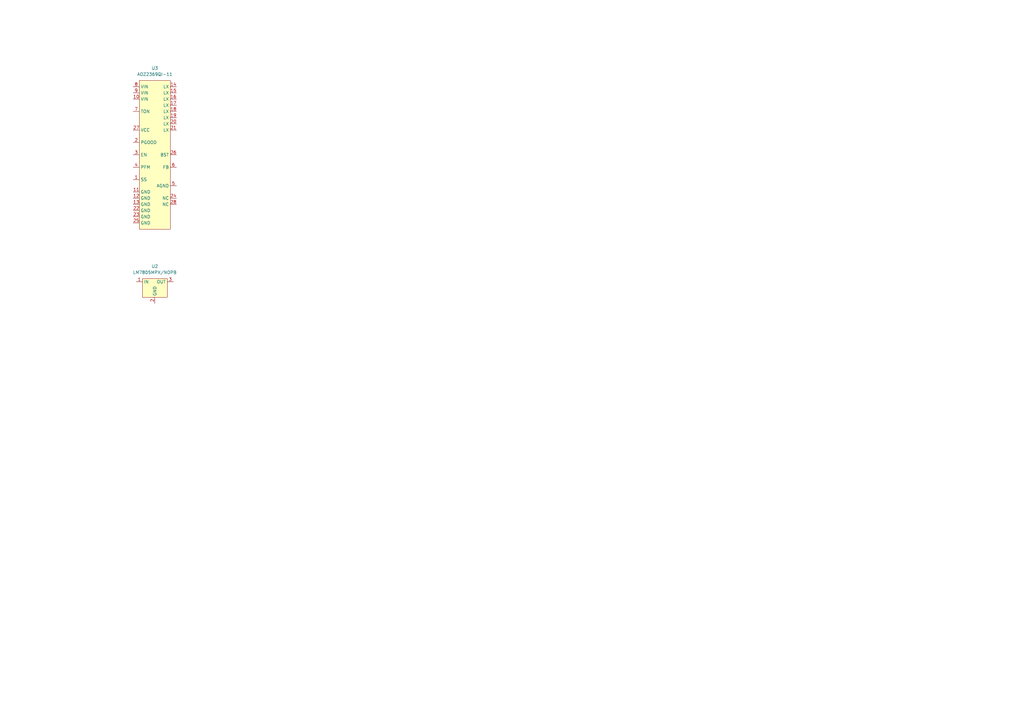
<source format=kicad_sch>
(kicad_sch (version 20231120) (generator "eeschema") (generator_version "8.0")
  (paper "A3")
  (title_block (title "Power1") (date "2024-07-13") (rev "1.0") (company "Drexel University") (comment 1 "Designed by Michael Haahr"))
  (lib_symbols
    (symbol "DICE_FPGA_Module:AOZ2369QI-11"
      (property "Reference" "U" (at 0 33.528 0))
      (property "Value" "AOZ2369QI-11" (at 0 31.75 0))
      (symbol "AOZ2369QI-11_1_0"
        (rectangle (start -6.35 30.48) (end 6.35 -30.48) (fill (type background)))
      )
      (symbol "AOZ2369QI-11_1_1"
        (pin passive line (at -8.89 -10.16 0) (length 2.54) (name "SS") (number "1"))
        (pin passive line (at -8.89 22.86 0) (length 2.54) (name "VIN") (number "10"))
        (pin passive line (at -8.89 -15.24 0) (length 2.54) (name "GND") (number "11"))
        (pin passive line (at -8.89 -17.78 0) (length 2.54) (name "GND") (number "12"))
        (pin passive line (at -8.89 -20.32 0) (length 2.54) (name "GND") (number "13"))
        (pin passive line (at 8.89 27.94 180) (length 2.54) (name "LX") (number "14"))
        (pin passive line (at 8.89 25.4 180) (length 2.54) (name "LX") (number "15"))
        (pin passive line (at 8.89 22.86 180) (length 2.54) (name "LX") (number "16"))
        (pin passive line (at 8.89 20.32 180) (length 2.54) (name "LX") (number "17"))
        (pin passive line (at 8.89 17.78 180) (length 2.54) (name "LX") (number "18"))
        (pin passive line (at 8.89 15.24 180) (length 2.54) (name "LX") (number "19"))
        (pin passive line (at -8.89 5.08 0) (length 2.54) (name "PGOOD") (number "2"))
        (pin passive line (at 8.89 12.7 180) (length 2.54) (name "LX") (number "20"))
        (pin passive line (at 8.89 10.16 180) (length 2.54) (name "LX") (number "21"))
        (pin passive line (at -8.89 -22.86 0) (length 2.54) (name "GND") (number "22"))
        (pin passive line (at -8.89 -25.4 0) (length 2.54) (name "GND") (number "23"))
        (pin passive line (at 8.89 -17.78 180) (length 2.54) (name "NC") (number "24"))
        (pin passive line (at -8.89 -27.94 0) (length 2.54) (name "GND") (number "25"))
        (pin passive line (at 8.89 0 180) (length 2.54) (name "BST") (number "26"))
        (pin passive line (at -8.89 10.16 0) (length 2.54) (name "VCC") (number "27"))
        (pin passive line (at 8.89 -20.32 180) (length 2.54) (name "NC") (number "28"))
        (pin passive line (at -8.89 0 0) (length 2.54) (name "EN") (number "3"))
        (pin passive line (at -8.89 -5.08 0) (length 2.54) (name "PFM") (number "4"))
        (pin passive line (at 8.89 -12.7 180) (length 2.54) (name "AGND") (number "5"))
        (pin passive line (at 8.89 -5.08 180) (length 2.54) (name "FB") (number "6"))
        (pin passive line (at -8.89 17.78 0) (length 2.54) (name "TON") (number "7"))
        (pin passive line (at -8.89 27.94 0) (length 2.54) (name "VIN") (number "8"))
        (pin passive line (at -8.89 25.4 0) (length 2.54) (name "VIN") (number "9"))
      )
    )
    (symbol "DICE_FPGA_Module:LM7805MPX/NOPB"
      (property "Reference" "U" (at 0 7.366 0))
      (property "Value" "LM7805MPX/NOPB" (at -0.254 5.588 0))
      (symbol "LM7805MPX/NOPB_1_0"
        (rectangle (start -5.08 3.81) (end 5.08 -3.81) (fill (type background)))
      )
      (symbol "LM7805MPX/NOPB_1_1"
        (pin passive line (at -7.62 2.54 0) (length 2.54) (name "IN") (number "1"))
        (pin passive line (at 0 -6.35 90) (length 2.54) (name "GND") (number "2"))
        (pin passive line (at 7.62 2.54 180) (length 2.54) (name "OUT") (number "3"))
      )
    )
  )
  (symbol (lib_id "DICE_FPGA_Module:LM7805MPX/NOPB") (at 63.5 118.11 0) (unit 1)
    (property "Reference" "U2" (at 63.5 109.22 0))
    (property "Value" "LM7805MPX/NOPB" (at 63.5 111.76 0))
    (property "Footprint" "Package_TO_SOT_SMD:SOT-223-3_TabPin2" (effects (hide yes)))
    (property "Datasheet" "https://ti.com/lit/ds/symlink/lm7800.pdf" (effects (hide yes)))
    (property "Description" "Wide VIN 1.5-A 5V Regulator" (effects (hide yes)))
  )
  (symbol (lib_id "DICE_FPGA_Module:AOZ2369QI-11") (at 63.5 63.5 0) (unit 1)
    (property "Reference" "U3" (at 63.5 27.94 0))
    (property "Value" "AOZ2369QI-11" (at 63.5 30.48 0))
    (property "Footprint" "DICE_FPGA_Module:AOZ2369QI11" (effects (hide yes)))
    (property "Datasheet" "https://www.aosmd.com/res/datasheets/AOZ2369QI-11.pdf" (effects (hide yes)))
    (property "Description" "24V/30A Synchronous EZBuck Regulator" (effects (hide yes)))
  )
)
</source>
